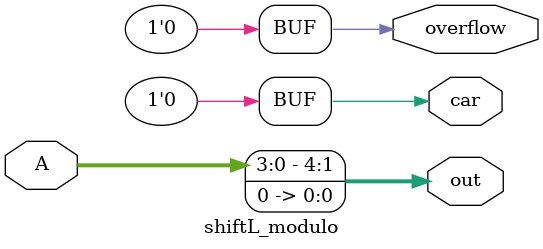
<source format=sv>
module shiftL_modulo #(parameter n = 5) (input logic[n-1:0] A, 
												 output logic [n-1:0] out,
												  output bit overflow,
												  output bit car);
	assign car = 0;
	assign overflow = 0;
	always_comb  begin
		out = A << 1;
	end
endmodule

</source>
